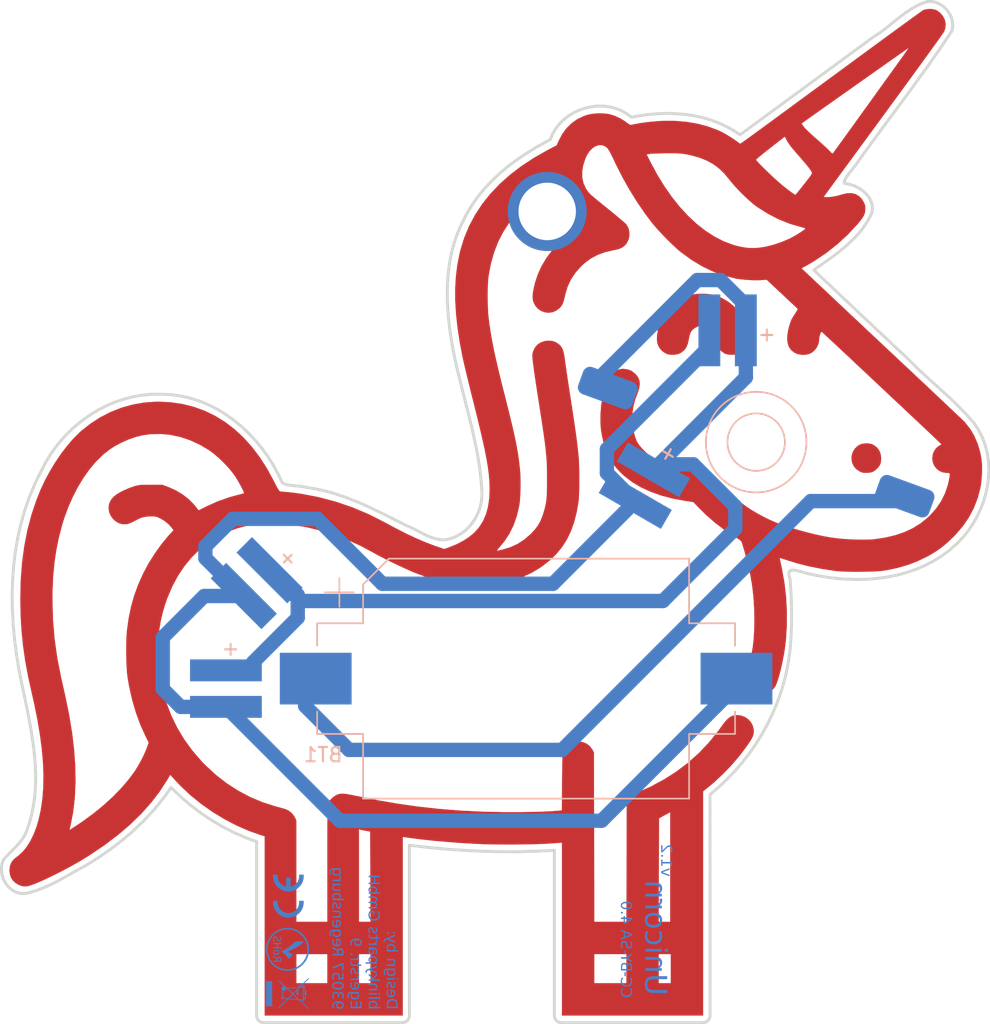
<source format=kicad_pcb>
(kicad_pcb (version 20240108) (generator "pcbnew") (generator_version "8.0")
  (layers (0 "F.Cu" signal) (31 "B.Cu" signal) (34 "B.Paste" user) (35 "F.Paste" user) (36 "B.SilkS" user "B.Silkscreen") (37 "F.SilkS" user "F.Silkscreen") (38 "B.Mask" user) (39 "F.Mask" user) (44 "Edge.Cuts" user))
  (net 0 "")
  (net 1 "+3V0")
  (net 2 "GND")
  (net 3 "VCC")
  (footprint "Binary_Kitchen:unicorn01" (layer "F.Cu") (at 193.167 81.153)
    (property "Reference" "Ref**" (hide yes))
    (property "Value" "Val**" (hide yes))
  )
  (footprint "MountingHole:MountingHole_2.2mm_M2" (layer "F.Cu") (at 196.75 60.25)
    (property "Reference" "REF**" (hide yes))
    (property "Value" "MountingHole_2.2mm_M2")
  )
  (footprint "Binary_Kitchen:5mm_SMD-Pad" (layer "B.Cu") (at 178.8795 93.726 90)
    (property "Reference" "D1" (hide yes))
    (property "Value" "LED" (hide yes))
  )
  (footprint "Binary_Kitchen:5mm_SMD-Pad" (layer "B.Cu") (at 209.042 73.025)
    (property "Reference" "D2" (hide yes))
    (property "Value" "LED" (hide yes))
  )
  (footprint "Binary_Kitchen:5mm_SMD-Pad" (layer "B.Cu") (at 207.279614 81.815679 60)
    (property "Reference" "D3" (hide yes))
    (property "Value" "LED" (hide yes))
  )
  (footprint "Binary_Kitchen:5mm_SMD-Pad" (layer "B.Cu") (at 179.512036 89.487925 45)
    (property "Reference" "D4" (hide yes))
    (property "Value" "LED" (hide yes))
  )
  (footprint "Binary_Kitchen:BatteryHolder_Keystone_1060_1x2032_HandSoldering" (layer "B.Cu") (at 195.28 92.76)
    (property "Reference" "BT1")
    (property "Value" "Battery_Cell")
  )
  (footprint "Binary_Kitchen:Push_Button" (layer "B.Cu") (at 200.025 72.1995 -20)
    (property "Reference" "SW1" (hide yes))
    (property "Value" "SW_DIP_x01")
  )
  (footprint "blinkyparts:ce-icon_Mask_Cu_3mm" (layer "B.Cu") (at 179.8 109.4 90)
    (property "Reference" "ce_icon_mask_cu_3mm" (hide yes))
    (property "Value" "G***" (hide yes))
  )
  (footprint "blinkyparts:weee-icon_Mask_Cu_3mm" (layer "B.Cu") (at 180.175001 115.728663 90)
    (property "Reference" "weee_icon_mask_cu_3mm" (hide yes))
    (property "Value" "G***" (hide yes))
  )
  (footprint "blinkyparts:rohs-icon_Mask_Cu_3mm" (layer "B.Cu") (at 180.174977 113.101258 90)
    (property "Reference" "rohs_icon_mask_cu_3mm" (hide yes))
    (property "Value" "G***" (hide yes))
  )
  (gr_arc (start 197.747782 116.703922) (mid 197.394229 116.557475) (end 197.247782 116.203922) (stroke (width 0.2)) (layer "Edge.Cuts"))
  (gr_arc (start 208.089141 116.203922) (mid 207.942694 116.557475) (end 207.589141 116.703922) (stroke (width 0.2)) (layer "Edge.Cuts"))
  (gr_line (start 159.495163 87.002047) (end 159.511646 88.008187) (stroke (width 0.2)) (layer "Edge.Cuts"))
  (gr_line (start 222.397579 85.164219) (end 223.032938 84.895922) (stroke (width 0.2)) (layer "Edge.Cuts"))
  (gr_line (start 159.786329 91.016765) (end 159.94464 92.008906) (stroke (width 0.2)) (layer "Edge.Cuts"))
  (gr_line (start 217.544063 57.927656) (end 217.676844 57.725203) (stroke (width 0.2)) (layer "Edge.Cuts"))
  (gr_line (start 181.400001 79.732) (end 180.953313 79.625906) (stroke (width 0.2)) (layer "Edge.Cuts"))
  (gr_line (start 161.7538 107.284547) (end 162.267677 107.04939) (stroke (width 0.2)) (layer "Edge.Cuts"))
  (gr_line (start 218.652579 61.521281) (end 218.865422 61.22925) (stroke (width 0.2)) (layer "Edge.Cuts"))
  (gr_line (start 190.9445 104.7115) (end 192.206688 104.772312) (stroke (width 0.2)) (layer "Edge.Cuts"))
  (gr_line (start 218.865422 61.22925) (end 219.059672 60.923875) (stroke (width 0.2)) (layer "Edge.Cuts"))
  (gr_line (start 187.15411 116.203922) (end 187.15411 104.354391) (stroke (width 0.2)) (layer "Edge.Cuts"))
  (gr_line (start 213.715172 85.228094) (end 213.794469 85.208078) (stroke (width 0.2)) (layer "Edge.Cuts"))
  (gr_line (start 172.576829 102.072828) (end 173.312813 102.571797) (stroke (width 0.2)) (layer "Edge.Cuts"))
  (gr_line (start 159.511646 88.008187) (end 159.56734 89.014219) (stroke (width 0.2)) (layer "Edge.Cuts"))
  (gr_line (start 178.015063 78.526031) (end 177.686391 77.924469) (stroke (width 0.2)) (layer "Edge.Cuts"))
  (gr_line (start 190.495626 61.800297) (end 190.335172 62.250375) (stroke (width 0.2)) (layer "Edge.Cuts"))
  (gr_line (start 224.162891 48.836756) (end 224.929062 47.688723) (stroke (width 0.2)) (layer "Edge.Cuts"))
  (gr_line (start 191.398844 59.989922) (end 191.13175 60.448422) (stroke (width 0.2)) (layer "Edge.Cuts"))
  (gr_line (start 158.809218 105.585953) (end 158.761716 105.807765) (stroke (width 0.2)) (layer "Edge.Cuts"))
  (gr_line (start 188.418266 104.502156) (end 189.681766 104.621375) (stroke (width 0.2)) (layer "Edge.Cuts"))
  (gr_line (start 223.032938 84.895922) (end 223.646532 84.579609) (stroke (width 0.2)) (layer "Edge.Cuts"))
  (gr_line (start 192.176391 80.369) (end 192.123234 80.65414) (stroke (width 0.2)) (layer "Edge.Cuts"))
  (gr_line (start 189.875251 83.055141) (end 189.584969 83.106984) (stroke (width 0.2)) (layer "Edge.Cuts"))
  (gr_line (start 170.269344 100.747531) (end 170.551313 100.336173) (stroke (width 0.2)) (layer "Edge.Cuts"))
  (gr_line (start 226.385063 82.005359) (end 226.669766 81.50825) (stroke (width 0.2)) (layer "Edge.Cuts"))
  (gr_line (start 161.124315 99.263422) (end 161.12881 99.856781) (stroke (width 0.2)) (layer "Edge.Cuts"))
  (gr_line (start 190.889922 60.925078) (end 190.680251 61.358094) (stroke (width 0.2)) (layer "Edge.Cuts"))
  (gr_line (start 214.352391 85.300719) (end 214.849391 85.436234) (stroke (width 0.2)) (layer "Edge.Cuts"))
  (gr_line (start 188.872063 82.999031) (end 188.531688 82.875984) (stroke (width 0.2)) (layer "Edge.Cuts"))
  (gr_line (start 221.701735 46.42532) (end 221.236672 46.776284) (stroke (width 0.2)) (layer "Edge.Cuts"))
  (gr_line (start 184.406829 80.849266) (end 183.565735 80.476953) (stroke (width 0.2)) (layer "Edge.Cuts"))
  (gr_line (start 223.646532 84.579609) (end 224.235078 84.213531) (stroke (width 0.2)) (layer "Edge.Cuts"))
  (gr_line (start 226.064704 82.476765) (end 226.385063 82.005359) (stroke (width 0.2)) (layer "Edge.Cuts"))
  (gr_line (start 178.693735 79.280828) (end 178.489641 79.225594) (stroke (width 0.2)) (layer "Edge.Cuts"))
  (gr_line (start 206.513594 53.519866) (end 206.021407 53.467026) (stroke (width 0.2)) (layer "Edge.Cuts"))
  (gr_line (start 160.702379 102.777312) (end 160.508369 103.346719) (stroke (width 0.2)) (layer "Edge.Cuts"))
  (gr_line (start 217.676844 57.725203) (end 217.836532 57.513344) (stroke (width 0.2)) (layer "Edge.Cuts"))
  (gr_line (start 214.106516 85.236515) (end 214.352391 85.300719) (stroke (width 0.2)) (layer "Edge.Cuts"))
  (gr_line (start 212.720625 94.544) (end 212.991547 93.803859) (stroke (width 0.2)) (layer "Edge.Cuts"))
  (gr_line (start 166.095463 73.756844) (end 165.511029 74.054234) (stroke (width 0.2)) (layer "Edge.Cuts"))
  (gr_line (start 227.406954 79.34339) (end 227.479907 78.778687) (stroke (width 0.2)) (layer "Edge.Cuts"))
  (gr_line (start 202.26536 53.432737) (end 201.890751 53.225341) (stroke (width 0.2)) (layer "Edge.Cuts"))
  (gr_line (start 193.062219 57.956422) (end 192.690891 58.329937) (stroke (width 0.2)) (layer "Edge.Cuts"))
  (gr_line (start 192.203954 80.080469) (end 192.176391 80.369) (stroke (width 0.2)) (layer "Edge.Cuts"))
  (gr_line (start 187.211969 82.219297) (end 186.878485 82.077) (stroke (width 0.2)) (layer "Edge.Cuts"))
  (gr_line (start 158.883155 106.695015) (end 158.981647 106.898781) (stroke (width 0.2)) (layer "Edge.Cuts"))
  (gr_line (start 212.991547 93.803859) (end 213.222547 93.050156) (stroke (width 0.2)) (layer "Edge.Cuts"))
  (gr_line (start 196.035032 55.756595) (end 195.134001 56.315173) (stroke (width 0.2)) (layer "Edge.Cuts"))
  (gr_line (start 213.724579 89.934828) (end 213.765485 88.948156) (stroke (width 0.2)) (layer "Edge.Cuts"))
  (gr_line (start 208.427876 53.988264) (end 207.960844 53.830436) (stroke (width 0.2)) (layer "Edge.Cuts"))
  (gr_line (start 191.327641 82.177734) (end 191.125187 82.380953) (stroke (width 0.2)) (layer "Edge.Cuts"))
  (gr_line (start 213.222547 93.050156) (end 213.412532 92.28475) (stroke (width 0.2)) (layer "Edge.Cuts"))
  (gr_line (start 199.819407 52.965892) (end 199.403235 53.058051) (stroke (width 0.2)) (layer "Edge.Cuts"))
  (gr_line (start 224.971501 47.498148) (end 224.986594 47.306501) (stroke (width 0.2)) (layer "Edge.Cuts"))
  (gr_line (start 219.059672 60.923875) (end 219.233688 60.604062) (stroke (width 0.2)) (layer "Edge.Cuts"))
  (gr_line (start 159.94464 92.008906) (end 160.132152 92.99175) (stroke (width 0.2)) (layer "Edge.Cuts"))
  (gr_line (start 161.227608 107.488422) (end 161.7538 107.284547) (stroke (width 0.2)) (layer "Edge.Cuts"))
  (gr_line (start 159.589772 84.998078) (end 159.520374 85.997875) (stroke (width 0.2)) (layer "Edge.Cuts"))
  (gr_line (start 227.067891 76.019265) (end 226.814688 75.508922) (stroke (width 0.2)) (layer "Edge.Cuts"))
  (gr_line (start 218.515094 58.662984) (end 218.165313 58.48175) (stroke (width 0.2)) (layer "Edge.Cuts"))
  (gr_line (start 161.074144 79.214437) (end 160.687132 80.1415) (stroke (width 0.2)) (layer "Edge.Cuts"))
  (gr_line (start 162.772124 106.791047) (end 163.764332 106.236953) (stroke (width 0.2)) (layer "Edge.Cuts"))
  (gr_line (start 159.409544 107.409234) (end 159.589838 107.533812) (stroke (width 0.2)) (layer "Edge.Cuts"))
  (gr_line (start 207.484954 53.700487) (end 207.001954 53.597325) (stroke (width 0.2)) (layer "Edge.Cuts"))
  (gr_line (start 163.415568 75.633062) (end 162.964363 76.113437) (stroke (width 0.2)) (layer "Edge.Cuts"))
  (gr_line (start 189.98736 63.638234) (end 189.912438 64.10975) (stroke (width 0.2)) (layer "Edge.Cuts"))
  (gr_line (start 219.233688 60.604062) (end 219.3855 60.268937) (stroke (width 0.2)) (layer "Edge.Cuts"))
  (gr_line (start 203.563969 53.534358) (end 203.084907 53.606556) (stroke (width 0.2)) (layer "Edge.Cuts"))
  (gr_line (start 226.814688 75.508922) (end 226.665063 75.262281) (stroke (width 0.2)) (layer "Edge.Cuts"))
  (gr_line (start 198.612235 53.373325) (end 198.248235 53.593169) (stroke (width 0.2)) (layer "Edge.Cuts"))
  (gr_line (start 213.584579 85.530406) (end 213.584469 85.415781) (stroke (width 0.2)) (layer "Edge.Cuts"))
  (gr_line (start 195.134001 56.315173) (end 194.695954 56.614609) (stroke (width 0.2)) (layer "Edge.Cuts"))
  (gr_line (start 158.981647 106.898781) (end 159.103513 107.088109) (stroke (width 0.2)) (layer "Edge.Cuts"))
  (gr_line (start 189.222172 83.080187) (end 188.872063 82.999031) (stroke (width 0.2)) (layer "Edge.Cuts"))
  (gr_line (start 159.705874 84.004734) (end 159.589772 84.998078) (stroke (width 0.2)) (layer "Edge.Cuts"))
  (gr_line (start 170.551313 100.336173) (end 171.194329 100.952719) (stroke (width 0.2)) (layer "Edge.Cuts"))
  (gr_line (start 197.128344 54.848969) (end 196.95936 55.248844) (stroke (width 0.2)) (layer "Edge.Cuts"))
  (gr_line (start 227.261157 76.548969) (end 227.067891 76.019265) (stroke (width 0.2)) (layer "Edge.Cuts"))
  (gr_line (start 217.793 58.354984) (end 217.413907 58.285859) (stroke (width 0.2)) (layer "Edge.Cuts"))
  (gr_arc (start 187.15411 116.203922) (mid 187.007663 116.557475) (end 186.65411 116.703922) (stroke (width 0.2)) (layer "Edge.Cuts"))
  (gr_line (start 224.162563 45.866704) (end 223.994454 45.775452) (stroke (width 0.2)) (layer "Edge.Cuts"))
  (gr_line (start 190.180297 69.787844) (end 190.324563 70.503156) (stroke (width 0.2)) (layer "Edge.Cuts"))
  (gr_line (start 177.320094 77.341281) (end 176.918032 76.779859) (stroke (width 0.2)) (layer "Edge.Cuts"))
  (gr_line (start 216.89875 85.787875) (end 217.597766 85.842015) (stroke (width 0.2)) (layer "Edge.Cuts"))
  (gr_line (start 210.326188 98.605312) (end 210.810938 97.982203) (stroke (width 0.2)) (layer "Edge.Cuts"))
  (gr_line (start 169.924266 72.969344) (end 169.259922 72.970219) (stroke (width 0.2)) (layer "Edge.Cuts"))
  (gr_line (start 201.890751 53.225341) (end 201.495797 53.071953) (stroke (width 0.2)) (layer "Edge.Cuts"))
  (gr_line (start 219.856907 47.860726) (end 219.370297 48.176022) (stroke (width 0.2)) (layer "Edge.Cuts"))
  (gr_line (start 219.699516 85.791812) (end 220.391422 85.698297) (stroke (width 0.2)) (layer "Edge.Cuts"))
  (gr_line (start 210.810938 97.982203) (end 211.262985 97.335359) (stroke (width 0.2)) (layer "Edge.Cuts"))
  (gr_line (start 189.584969 83.106984) (end 189.222172 83.080187) (stroke (width 0.2)) (layer "Edge.Cuts"))
  (gr_line (start 161.106979 100.448062) (end 161.05613 101.036609) (stroke (width 0.2)) (layer "Edge.Cuts"))
  (gr_line (start 219.001266 85.845734) (end 219.699516 85.791812) (stroke (width 0.2)) (layer "Edge.Cuts"))
  (gr_line (start 180.501485 79.537531) (end 180.043969 79.468078) (stroke (width 0.2)) (layer "Edge.Cuts"))
  (gr_line (start 179.828172 79.41525) (end 179.602313 79.381453) (stroke (width 0.2)) (layer "Edge.Cuts"))
  (gr_line (start 192.156485 79.060547) (end 192.205046 79.790625) (stroke (width 0.2)) (layer "Edge.Cuts"))
  (gr_line (start 159.995225 107.692953) (end 160.216447 107.720297) (stroke (width 0.2)) (layer "Edge.Cuts"))
  (gr_line (start 191.125187 82.380953) (end 190.905454 82.564156) (stroke (width 0.2)) (layer "Edge.Cuts"))
  (gr_line (start 224.859172 73.295828) (end 224.27336 72.75814) (stroke (width 0.2)) (layer "Edge.Cuts"))
  (gr_line (start 183.565735 80.476953) (end 182.711626 80.1415) (stroke (width 0.2)) (layer "Edge.Cuts"))
  (gr_line (start 161.823888 77.722672) (end 161.522833 78.30739) (stroke (width 0.2)) (layer "Edge.Cuts"))
  (gr_line (start 166.408407 104.585281) (end 167.196235 103.977703) (stroke (width 0.2)) (layer "Edge.Cuts"))
  (gr_line (start 171.305016 73.105953) (end 170.622297 73.006531) (stroke (width 0.2)) (layer "Edge.Cuts"))
  (gr_line (start 176.918032 76.779859) (end 176.481844 76.243703) (stroke (width 0.2)) (layer "Edge.Cuts"))
  (gr_line (start 201.495797 53.071953) (end 201.08575 52.970956) (stroke (width 0.2)) (layer "Edge.Cuts"))
  (gr_line (start 179.602313 79.381453) (end 179.139219 79.339781) (stroke (width 0.2)) (layer "Edge.Cuts"))
  (gr_line (start 218.827141 58.895187) (end 218.67686 58.772906) (stroke (width 0.2)) (layer "Edge.Cuts"))
  (gr_line (start 215.311719 64.329922) (end 216.500297 63.490359) (stroke (width 0.2)) (layer "Edge.Cuts"))
  (gr_line (start 218.67686 58.772906) (end 218.515094 58.662984) (stroke (width 0.2)) (layer "Edge.Cuts"))
  (gr_line (start 224.884219 46.745309) (end 224.806235 46.569566) (stroke (width 0.2)) (layer "Edge.Cuts"))
  (gr_line (start 191.13175 60.448422) (end 190.889922 60.925078) (stroke (width 0.2)) (layer "Edge.Cuts"))
  (gr_line (start 208.688188 100.314625) (end 209.263719 99.773219) (stroke (width 0.2)) (layer "Edge.Cuts"))
  (gr_arc (start 177.015641 116.703922) (mid 176.662088 116.557475) (end 176.515641 116.203922) (stroke (width 0.2)) (layer "Edge.Cuts"))
  (gr_line (start 162.267677 107.04939) (end 162.772124 106.791047) (stroke (width 0.2)) (layer "Edge.Cuts"))
  (gr_line (start 208.884407 54.175033) (end 208.427876 53.988264) (stroke (width 0.2)) (layer "Edge.Cuts"))
  (gr_line (start 164.948415 74.392859) (end 164.410005 74.770531) (stroke (width 0.2)) (layer "Edge.Cuts"))
  (gr_line (start 160.583455 95.120078) (end 160.801888 96.294109) (stroke (width 0.2)) (layer "Edge.Cuts"))
  (gr_line (start 190.335172 62.250375) (end 190.197688 62.707453) (stroke (width 0.2)) (layer "Edge.Cuts"))
  (gr_line (start 210.174157 54.919866) (end 209.759188 54.639756) (stroke (width 0.2)) (layer "Edge.Cuts"))
  (gr_line (start 192.690891 58.329937) (end 192.337282 58.71975) (stroke (width 0.2)) (layer "Edge.Cuts"))
  (gr_line (start 224.594704 46.247184) (end 224.464329 46.10459) (stroke (width 0.2)) (layer "Edge.Cuts"))
  (gr_line (start 177.686391 77.924469) (end 177.320094 77.341281) (stroke (width 0.2)) (layer "Edge.Cuts"))
  (gr_line (start 206.021407 53.467026) (end 205.52725 53.437736) (stroke (width 0.2)) (layer "Edge.Cuts"))
  (gr_line (start 223.994454 45.775452) (end 223.817047 45.705355) (stroke (width 0.2)) (layer "Edge.Cuts"))
  (gr_line (start 186.878485 82.077) (end 185.237641 81.2475) (stroke (width 0.2)) (layer "Edge.Cuts"))
  (gr_line (start 177.015641 116.703922) (end 186.65411 116.703922) (stroke (width 0.2)) (layer "Edge.Cuts"))
  (gr_line (start 213.66475 85.854594) (end 213.61061 85.675765) (stroke (width 0.2)) (layer "Edge.Cuts"))
  (gr_line (start 226.499579 75.022094) (end 225.980266 74.419984) (stroke (width 0.2)) (layer "Edge.Cuts"))
  (gr_line (start 176.515641 104.106547) (end 176.515641 116.203922) (stroke (width 0.2)) (layer "Edge.Cuts"))
  (gr_line (start 173.312813 102.571797) (end 174.076469 103.027015) (stroke (width 0.2)) (layer "Edge.Cuts"))
  (gr_line (start 196.95936 55.248844) (end 196.035032 55.756595) (stroke (width 0.2)) (layer "Edge.Cuts"))
  (gr_line (start 172.618063 73.477828) (end 171.970891 73.264109) (stroke (width 0.2)) (layer "Edge.Cuts"))
  (gr_line (start 223.091234 71.692172) (end 222.51111 71.14814) (stroke (width 0.2)) (layer "Edge.Cuts"))
  (gr_line (start 191.676876 81.719453) (end 191.511937 81.956469) (stroke (width 0.2)) (layer "Edge.Cuts"))
  (gr_line (start 171.970891 73.264109) (end 171.305016 73.105953) (stroke (width 0.2)) (layer "Edge.Cuts"))
  (gr_line (start 213.765485 88.948156) (end 213.765704 87.915219) (stroke (width 0.2)) (layer "Edge.Cuts"))
  (gr_line (start 200.242141 52.919561) (end 199.819407 52.965892) (stroke (width 0.2)) (layer "Edge.Cuts"))
  (gr_line (start 191.974266 77.614609) (end 192.078391 78.33539) (stroke (width 0.2)) (layer "Edge.Cuts"))
  (gr_line (start 221.236672 46.776284) (end 220.323829 47.511) (stroke (width 0.2)) (layer "Edge.Cuts"))
  (gr_line (start 164.753574 105.687344) (end 165.5926 105.154906) (stroke (width 0.2)) (layer "Edge.Cuts"))
  (gr_line (start 203.084907 53.606556) (end 202.613938 53.695806) (stroke (width 0.2)) (layer "Edge.Cuts"))
  (gr_line (start 212.064266 95.977031) (end 212.411204 95.268937) (stroke (width 0.2)) (layer "Edge.Cuts"))
  (gr_line (start 197.747782 116.703922) (end 207.589141 116.703922) (stroke (width 0.2)) (layer "Edge.Cuts"))
  (gr_line (start 217.45186 58.116109) (end 217.544063 57.927656) (stroke (width 0.2)) (layer "Edge.Cuts"))
  (gr_line (start 159.783443 104.428) (end 159.322383 104.892187) (stroke (width 0.2)) (layer "Edge.Cuts"))
  (gr_line (start 224.975985 47.115795) (end 224.941313 46.928064) (stroke (width 0.2)) (layer "Edge.Cuts"))
  (gr_line (start 169.973922 101.148062) (end 170.269344 100.747531) (stroke (width 0.2)) (layer "Edge.Cuts"))
  (gr_line (start 214.849391 85.436234) (end 215.5215 85.583234) (stroke (width 0.2)) (layer "Edge.Cuts"))
  (gr_line (start 219.396438 60.062656) (end 219.38036 59.865344) (stroke (width 0.2)) (layer "Edge.Cuts"))
  (gr_line (start 190.483594 71.215844) (end 190.831734 72.63575) (stroke (width 0.2)) (layer "Edge.Cuts"))
  (gr_line (start 161.29063 78.758234) (end 161.074144 79.214437) (stroke (width 0.2)) (layer "Edge.Cuts"))
  (gr_line (start 222.185172 46.107978) (end 221.701735 46.42532) (stroke (width 0.2)) (layer "Edge.Cuts"))
  (gr_line (start 213.560297 91.509172) (end 213.66475 90.725281) (stroke (width 0.2)) (layer "Edge.Cuts"))
  (gr_line (start 217.652454 62.574562) (end 218.178766 62.068922) (stroke (width 0.2)) (layer "Edge.Cuts"))
  (gr_line (start 226.665063 75.262281) (end 226.499579 75.022094) (stroke (width 0.2)) (layer "Edge.Cuts"))
  (gr_line (start 219.3855 60.268937) (end 219.396438 60.062656) (stroke (width 0.2)) (layer "Edge.Cuts"))
  (gr_line (start 189.951704 68.3465) (end 190.054844 69.06914) (stroke (width 0.2)) (layer "Edge.Cuts"))
  (gr_line (start 217.088079 63.045859) (end 217.652454 62.574562) (stroke (width 0.2)) (layer "Edge.Cuts"))
  (gr_line (start 218.18161 57.080875) (end 218.339766 56.869672) (stroke (width 0.2)) (layer "Edge.Cuts"))
  (gr_line (start 190.831734 72.63575) (end 191.194968 74.052594) (stroke (width 0.2)) (layer "Edge.Cuts"))
  (gr_line (start 219.275251 59.499703) (end 219.190047 59.332031) (stroke (width 0.2)) (layer "Edge.Cuts"))
  (gr_line (start 212.411204 95.268937) (end 212.720625 94.544) (stroke (width 0.2)) (layer "Edge.Cuts"))
  (gr_line (start 185.237641 81.2475) (end 184.406829 80.849266) (stroke (width 0.2)) (layer "Edge.Cuts"))
  (gr_line (start 218.42311 61.800844) (end 218.652579 61.521281) (stroke (width 0.2)) (layer "Edge.Cuts"))
  (gr_line (start 220.391422 85.698297) (end 221.073704 85.563765) (stroke (width 0.2)) (layer "Edge.Cuts"))
  (gr_line (start 168.669297 102.64464) (end 169.345016 101.917187) (stroke (width 0.2)) (layer "Edge.Cuts"))
  (gr_line (start 189.912438 64.10975) (end 189.856329 64.584) (stroke (width 0.2)) (layer "Edge.Cuts"))
  (gr_line (start 211.262985 97.335359) (end 211.681125 96.666312) (stroke (width 0.2)) (layer "Edge.Cuts"))
  (gr_line (start 219.085594 59.175187) (end 218.963969 59.02939) (stroke (width 0.2)) (layer "Edge.Cuts"))
  (gr_line (start 213.61061 85.675765) (end 213.584579 85.530406) (stroke (width 0.2)) (layer "Edge.Cuts"))
  (gr_line (start 215.5215 85.583234) (end 216.205641 85.701031) (stroke (width 0.2)) (layer "Edge.Cuts"))
  (gr_line (start 173.244782 73.7435) (end 172.618063 73.477828) (stroke (width 0.2)) (layer "Edge.Cuts"))
  (gr_line (start 222.51111 71.14814) (end 221.948813 70.58639) (stroke (width 0.2)) (layer "Edge.Cuts"))
  (gr_line (start 159.785718 107.629515) (end 159.995225 107.692953) (stroke (width 0.2)) (layer "Edge.Cuts"))
  (gr_line (start 218.470032 56.668094) (end 220.102125 54.435487) (stroke (width 0.2)) (layer "Edge.Cuts"))
  (gr_line (start 221.743516 85.38625) (end 222.397579 85.164219) (stroke (width 0.2)) (layer "Edge.Cuts"))
  (gr_line (start 193.449844 57.598437) (end 193.062219 57.956422) (stroke (width 0.2)) (layer "Edge.Cuts"))
  (gr_line (start 159.520374 85.997875) (end 159.495163 87.002047) (stroke (width 0.2)) (layer "Edge.Cuts"))
  (gr_line (start 220.323829 47.511) (end 219.856907 47.860726) (stroke (width 0.2)) (layer "Edge.Cuts"))
  (gr_line (start 160.687132 80.1415) (end 160.359291 81.086391) (stroke (width 0.2)) (layer "Edge.Cuts"))
  (gr_line (start 223.817047 45.705355) (end 223.632094 45.658437) (stroke (width 0.2)) (layer "Edge.Cuts"))
  (gr_line (start 160.216447 107.720297) (end 160.447415 107.708047) (stroke (width 0.2)) (layer "Edge.Cuts"))
  (gr_line (start 189.817719 65.059781) (end 189.795735 65.536219) (stroke (width 0.2)) (layer "Edge.Cuts"))
  (gr_line (start 217.413907 58.285859) (end 217.45186 58.116109) (stroke (width 0.2)) (layer "Edge.Cuts"))
  (gr_line (start 174.985921 74.81975) (end 174.430516 74.417906) (stroke (width 0.2)) (layer "Edge.Cuts"))
  (gr_line (start 209.759188 54.639756) (end 209.328797 54.391836) (stroke (width 0.2)) (layer "Edge.Cuts"))
  (gr_line (start 160.686191 107.652703) (end 161.227608 107.488422) (stroke (width 0.2)) (layer "Edge.Cuts"))
  (gr_line (start 187.15411 104.354391) (end 188.418266 104.502156) (stroke (width 0.2)) (layer "Edge.Cuts"))
  (gr_line (start 180.043969 79.468078) (end 179.828172 79.41525) (stroke (width 0.2)) (layer "Edge.Cuts"))
  (gr_line (start 218.178766 62.068922) (end 218.42311 61.800844) (stroke (width 0.2)) (layer "Edge.Cuts"))
  (gr_line (start 160.202819 103.929359) (end 160.002849 104.186062) (stroke (width 0.2)) (layer "Edge.Cuts"))
  (gr_line (start 169.345016 101.917187) (end 169.973922 101.148062) (stroke (width 0.2)) (layer "Edge.Cuts"))
  (gr_line (start 227.396891 77.093875) (end 227.261157 76.548969) (stroke (width 0.2)) (layer "Edge.Cuts"))
  (gr_line (start 213.66475 90.725281) (end 213.724579 89.934828) (stroke (width 0.2)) (layer "Edge.Cuts"))
  (gr_line (start 227.287188 79.902844) (end 227.406954 79.34339) (stroke (width 0.2)) (layer "Edge.Cuts"))
  (gr_line (start 192.045796 80.933812) (end 191.944844 81.206047) (stroke (width 0.2)) (layer "Edge.Cuts"))
  (gr_line (start 218.165313 58.48175) (end 217.793 58.354984) (stroke (width 0.2)) (layer "Edge.Cuts"))
  (gr_line (start 217.836532 57.513344) (end 218.18161 57.080875) (stroke (width 0.2)) (layer "Edge.Cuts"))
  (gr_line (start 161.12881 99.856781) (end 161.106979 100.448062) (stroke (width 0.2)) (layer "Edge.Cuts"))
  (gr_line (start 161.05613 101.036609) (end 160.973552 101.621547) (stroke (width 0.2)) (layer "Edge.Cuts"))
  (gr_line (start 226.669766 81.50825) (end 226.916407 80.989375) (stroke (width 0.2)) (layer "Edge.Cuts"))
  (gr_line (start 204.539485 53.445447) (end 204.049375 53.480294) (stroke (width 0.2)) (layer "Edge.Cuts"))
  (gr_line (start 167.951469 103.331078) (end 168.669297 102.64464) (stroke (width 0.2)) (layer "Edge.Cuts"))
  (gr_line (start 188.531688 82.875984) (end 188.198204 82.723953) (stroke (width 0.2)) (layer "Edge.Cuts"))
  (gr_line (start 162.547065 76.623344) (end 162.1661 77.160594) (stroke (width 0.2)) (layer "Edge.Cuts"))
  (gr_line (start 192.206688 104.772312) (end 193.46811 104.803266) (stroke (width 0.2)) (layer "Edge.Cuts"))
  (gr_line (start 176.481844 76.243703) (end 176.013282 75.735984) (stroke (width 0.2)) (layer "Edge.Cuts"))
  (gr_line (start 189.856329 64.584) (end 189.817719 65.059781) (stroke (width 0.2)) (layer "Edge.Cuts"))
  (gr_line (start 192.123234 80.65414) (end 192.045796 80.933812) (stroke (width 0.2)) (layer "Edge.Cuts"))
  (gr_line (start 194.268297 56.927969) (end 193.852454 57.255766) (stroke (width 0.2)) (layer "Edge.Cuts"))
  (gr_line (start 179.139219 79.339781) (end 178.693735 79.280828) (stroke (width 0.2)) (layer "Edge.Cuts"))
  (gr_line (start 209.263719 99.773219) (end 209.810047 99.202937) (stroke (width 0.2)) (layer "Edge.Cuts"))
  (gr_line (start 190.153501 82.97289) (end 189.875251 83.055141) (stroke (width 0.2)) (layer "Edge.Cuts"))
  (gr_line (start 191.821468 81.468547) (end 191.676876 81.719453) (stroke (width 0.2)) (layer "Edge.Cuts"))
  (gr_line (start 174.430516 74.417906) (end 173.849516 74.058062) (stroke (width 0.2)) (layer "Edge.Cuts"))
  (gr_line (start 160.447415 107.708047) (end 160.686191 107.652703) (stroke (width 0.2)) (layer "Edge.Cuts"))
  (gr_line (start 213.794469 85.208078) (end 213.887766 85.204687) (stroke (width 0.2)) (layer "Edge.Cuts"))
  (gr_line (start 165.5926 105.154906) (end 166.408407 104.585281) (stroke (width 0.2)) (layer "Edge.Cuts"))
  (gr_line (start 218.625454 67.463406) (end 215.311719 64.329922) (stroke (width 0.2)) (layer "Edge.Cuts"))
  (gr_line (start 216.500297 63.490359) (end 217.088079 63.045859) (stroke (width 0.2)) (layer "Edge.Cuts"))
  (gr_line (start 180.953313 79.625906) (end 180.501485 79.537531) (stroke (width 0.2)) (layer "Edge.Cuts"))
  (gr_line (start 160.359291 81.086391) (end 160.088129 82.046594) (stroke (width 0.2)) (layer "Edge.Cuts"))
  (gr_line (start 159.322383 104.892187) (end 159.098755 105.126797) (stroke (width 0.2)) (layer "Edge.Cuts"))
  (gr_line (start 159.56734 89.014219) (end 159.659729 90.017844) (stroke (width 0.2)) (layer "Edge.Cuts"))
  (gr_line (start 200.666079 52.920698) (end 200.242141 52.919561) (stroke (width 0.2)) (layer "Edge.Cuts"))
  (gr_line (start 190.680251 61.358094) (end 190.495626 61.800297) (stroke (width 0.2)) (layer "Edge.Cuts"))
  (gr_line (start 160.980027 97.479187) (end 161.047216 98.073859) (stroke (width 0.2)) (layer "Edge.Cuts"))
  (gr_line (start 189.681766 104.621375) (end 190.9445 104.7115) (stroke (width 0.2)) (layer "Edge.Cuts"))
  (gr_line (start 192.337282 58.71975) (end 192.003141 59.125969) (stroke (width 0.2)) (layer "Edge.Cuts"))
  (gr_line (start 208.089141 116.203922) (end 208.084875 100.825297) (stroke (width 0.2)) (layer "Edge.Cuts"))
  (gr_line (start 158.747311 106.033187) (end 158.764035 106.258609) (stroke (width 0.2)) (layer "Edge.Cuts"))
  (gr_line (start 160.973552 101.621547) (end 160.856543 102.202) (stroke (width 0.2)) (layer "Edge.Cuts"))
  (gr_line (start 224.319735 45.977091) (end 224.162563 45.866704) (stroke (width 0.2)) (layer "Edge.Cuts"))
  (gr_line (start 175.679579 103.796687) (end 176.515641 104.106547) (stroke (width 0.2)) (layer "Edge.Cuts"))
  (gr_line (start 171.194329 100.952719) (end 171.870047 101.532406) (stroke (width 0.2)) (layer "Edge.Cuts"))
  (gr_line (start 213.730266 86.872) (end 213.66475 85.854594) (stroke (width 0.2)) (layer "Edge.Cuts"))
  (gr_line (start 191.511937 81.956469) (end 191.327641 82.177734) (stroke (width 0.2)) (layer "Edge.Cuts"))
  (gr_line (start 220.102125 54.435487) (end 221.751063 52.211609) (stroke (width 0.2)) (layer "Edge.Cuts"))
  (gr_line (start 166.699235 73.502984) (end 166.095463 73.756844) (stroke (width 0.2)) (layer "Edge.Cuts"))
  (gr_line (start 197.247782 104.71325) (end 197.247782 116.203922) (stroke (width 0.2)) (layer "Edge.Cuts"))
  (gr_line (start 162.1661 77.160594) (end 161.823888 77.722672) (stroke (width 0.2)) (layer "Edge.Cuts"))
  (gr_line (start 226.916407 80.989375) (end 227.123016 80.45289) (stroke (width 0.2)) (layer "Edge.Cuts"))
  (gr_line (start 209.810047 99.202937) (end 210.326188 98.605312) (stroke (width 0.2)) (layer "Edge.Cuts"))
  (gr_line (start 176.013282 75.735984) (end 175.514094 75.260312) (stroke (width 0.2)) (layer "Edge.Cuts"))
  (gr_line (start 223.245671 45.642215) (end 223.245671 45.642215) (stroke (width 0.2)) (layer "Edge.Cuts"))
  (gr_line (start 227.479907 78.778687) (end 227.504079 78.212781) (stroke (width 0.2)) (layer "Edge.Cuts"))
  (gr_line (start 209.328797 54.391836) (end 208.884407 54.175033) (stroke (width 0.2)) (layer "Edge.Cuts"))
  (gr_line (start 158.761716 105.807765) (end 158.747311 106.033187) (stroke (width 0.2)) (layer "Edge.Cuts"))
  (gr_line (start 187.541188 82.382922) (end 187.211969 82.219297) (stroke (width 0.2)) (layer "Edge.Cuts"))
  (gr_line (start 163.89825 75.184625) (end 163.415568 75.633062) (stroke (width 0.2)) (layer "Edge.Cuts"))
  (gr_line (start 193.852454 57.255766) (end 193.449844 57.598437) (stroke (width 0.2)) (layer "Edge.Cuts"))
  (gr_line (start 191.543657 75.471516) (end 191.848046 76.897437) (stroke (width 0.2)) (layer "Edge.Cuts"))
  (gr_line (start 160.002849 104.186062) (end 159.783443 104.428) (stroke (width 0.2)) (layer "Edge.Cuts"))
  (gr_line (start 217.597766 85.842015) (end 218.299625 85.861922) (stroke (width 0.2)) (layer "Edge.Cuts"))
  (gr_line (start 159.246794 107.2595) (end 159.409544 107.409234) (stroke (width 0.2)) (layer "Edge.Cuts"))
  (gr_line (start 224.941313 46.928064) (end 224.884219 46.745309) (stroke (width 0.2)) (layer "Edge.Cuts"))
  (gr_line (start 219.38036 59.865344) (end 219.339344 59.677547) (stroke (width 0.2)) (layer "Edge.Cuts"))
  (gr_line (start 168.602797 73.026437) (end 167.955297 73.135484) (stroke (width 0.2)) (layer "Edge.Cuts"))
  (gr_line (start 175.514094 75.260312) (end 174.985921 74.81975) (stroke (width 0.2)) (layer "Edge.Cuts"))
  (gr_line (start 160.856543 102.202) (end 160.702379 102.777312) (stroke (width 0.2)) (layer "Edge.Cuts"))
  (gr_line (start 189.795735 65.536219) (end 189.797157 66.486359) (stroke (width 0.2)) (layer "Edge.Cuts"))
  (gr_line (start 197.347094 54.48183) (end 197.128344 54.848969) (stroke (width 0.2)) (layer "Edge.Cuts"))
  (gr_line (start 191.944844 81.206047) (end 191.821468 81.468547) (stroke (width 0.2)) (layer "Edge.Cuts"))
  (gr_line (start 221.948813 70.58639) (end 218.625454 67.463406) (stroke (width 0.2)) (layer "Edge.Cuts"))
  (gr_line (start 159.103513 107.088109) (end 159.246794 107.2595) (stroke (width 0.2)) (layer "Edge.Cuts"))
  (gr_line (start 190.669641 82.725265) (end 190.418626 82.862203) (stroke (width 0.2)) (layer "Edge.Cuts"))
  (gr_line (start 190.082079 63.170437) (end 189.98736 63.638234) (stroke (width 0.2)) (layer "Edge.Cuts"))
  (gr_line (start 189.797157 66.486359) (end 189.852063 67.426) (stroke (width 0.2)) (layer "Edge.Cuts"))
  (gr_line (start 223.245671 45.642215) (end 222.96589 45.732224) (stroke (width 0.2)) (layer "Edge.Cuts"))
  (gr_line (start 227.123016 80.45289) (end 227.287188 79.902844) (stroke (width 0.2)) (layer "Edge.Cuts"))
  (gr_line (start 191.194968 74.052594) (end 191.543657 75.471516) (stroke (width 0.2)) (layer "Edge.Cuts"))
  (gr_line (start 219.190047 59.332031) (end 219.085594 59.175187) (stroke (width 0.2)) (layer "Edge.Cuts"))
  (gr_line (start 158.809972 106.480422) (end 158.883155 106.695015) (stroke (width 0.2)) (layer "Edge.Cuts"))
  (gr_line (start 197.610251 54.149045) (end 197.347094 54.48183) (stroke (width 0.2)) (layer "Edge.Cuts"))
  (gr_line (start 225.710656 82.918094) (end 226.064704 82.476765) (stroke (width 0.2)) (layer "Edge.Cuts"))
  (gr_line (start 222.96589 45.732224) (end 222.696719 45.841272) (stroke (width 0.2)) (layer "Edge.Cuts"))
  (gr_line (start 192.078391 78.33539) (end 192.156485 79.060547) (stroke (width 0.2)) (layer "Edge.Cuts"))
  (gr_line (start 182.711626 80.1415) (end 181.841657 79.854172) (stroke (width 0.2)) (layer "Edge.Cuts"))
  (gr_line (start 221.073704 85.563765) (end 221.743516 85.38625) (stroke (width 0.2)) (layer "Edge.Cuts"))
  (gr_line (start 213.412532 92.28475) (end 213.560297 91.509172) (stroke (width 0.2)) (layer "Edge.Cuts"))
  (gr_line (start 224.986594 47.306501) (end 224.975985 47.115795) (stroke (width 0.2)) (layer "Edge.Cuts"))
  (gr_line (start 162.964363 76.113437) (end 162.547065 76.623344) (stroke (width 0.2)) (layer "Edge.Cuts"))
  (gr_line (start 218.339766 56.869672) (end 218.470032 56.668094) (stroke (width 0.2)) (layer "Edge.Cuts"))
  (gr_line (start 190.197688 62.707453) (end 190.082079 63.170437) (stroke (width 0.2)) (layer "Edge.Cuts"))
  (gr_line (start 225.430766 73.847187) (end 224.859172 73.295828) (stroke (width 0.2)) (layer "Edge.Cuts"))
  (gr_line (start 174.076469 103.027015) (end 174.865938 103.436078) (stroke (width 0.2)) (layer "Edge.Cuts"))
  (gr_line (start 195.988657 104.774172) (end 197.247782 104.71325) (stroke (width 0.2)) (layer "Edge.Cuts"))
  (gr_line (start 171.870047 101.532406) (end 172.576829 102.072828) (stroke (width 0.2)) (layer "Edge.Cuts"))
  (gr_line (start 194.695954 56.614609) (end 194.268297 56.927969) (stroke (width 0.2)) (layer "Edge.Cuts"))
  (gr_line (start 207.001954 53.597325) (end 206.513594 53.519866) (stroke (width 0.2)) (layer "Edge.Cuts"))
  (gr_line (start 213.607766 85.329047) (end 213.652063 85.267469) (stroke (width 0.2)) (layer "Edge.Cuts"))
  (gr_line (start 224.806235 46.569566) (end 224.709219 46.402848) (stroke (width 0.2)) (layer "Edge.Cuts"))
  (gr_line (start 163.764332 106.236953) (end 164.753574 105.687344) (stroke (width 0.2)) (layer "Edge.Cuts"))
  (gr_line (start 225.980266 74.419984) (end 225.430766 73.847187) (stroke (width 0.2)) (layer "Edge.Cuts"))
  (gr_line (start 161.522833 78.30739) (end 161.29063 78.758234) (stroke (width 0.2)) (layer "Edge.Cuts"))
  (gr_line (start 224.464329 46.10459) (end 224.319735 45.977091) (stroke (width 0.2)) (layer "Edge.Cuts"))
  (gr_line (start 223.632094 45.658437) (end 223.441016 45.636716) (stroke (width 0.2)) (layer "Edge.Cuts"))
  (gr_line (start 190.324563 70.503156) (end 190.483594 71.215844) (stroke (width 0.2)) (layer "Edge.Cuts"))
  (gr_line (start 189.852063 67.426) (end 189.951704 68.3465) (stroke (width 0.2)) (layer "Edge.Cuts"))
  (gr_line (start 160.801888 96.294109) (end 160.980027 97.479187) (stroke (width 0.2)) (layer "Edge.Cuts"))
  (gr_line (start 222.696719 45.841272) (end 222.436844 45.967232) (stroke (width 0.2)) (layer "Edge.Cuts"))
  (gr_line (start 167.320047 73.295062) (end 166.699235 73.502984) (stroke (width 0.2)) (layer "Edge.Cuts"))
  (gr_line (start 199.403235 53.058051) (end 198.998985 53.194409) (stroke (width 0.2)) (layer "Edge.Cuts"))
  (gr_line (start 216.205641 85.701031) (end 216.89875 85.787875) (stroke (width 0.2)) (layer "Edge.Cuts"))
  (gr_line (start 205.032766 53.4309) (end 204.539485 53.445447) (stroke (width 0.2)) (layer "Edge.Cuts"))
  (gr_line (start 204.049375 53.480294) (end 203.563969 53.534358) (stroke (width 0.2)) (layer "Edge.Cuts"))
  (gr_line (start 190.054844 69.06914) (end 190.180297 69.787844) (stroke (width 0.2)) (layer "Edge.Cuts"))
  (gr_line (start 192.003141 59.125969) (end 191.689781 59.54925) (stroke (width 0.2)) (layer "Edge.Cuts"))
  (gr_line (start 158.891752 105.37125) (end 158.809218 105.585953) (stroke (width 0.2)) (layer "Edge.Cuts"))
  (gr_line (start 159.098755 105.126797) (end 158.891752 105.37125) (stroke (width 0.2)) (layer "Edge.Cuts"))
  (gr_line (start 224.795735 83.796048) (end 225.325329 83.325516) (stroke (width 0.2)) (layer "Edge.Cuts"))
  (gr_line (start 160.132152 92.99175) (end 160.346385 93.963328) (stroke (width 0.2)) (layer "Edge.Cuts"))
  (gr_line (start 159.589838 107.533812) (end 159.785718 107.629515) (stroke (width 0.2)) (layer "Edge.Cuts"))
  (gr_line (start 159.871161 83.02014) (end 159.705874 84.004734) (stroke (width 0.2)) (layer "Edge.Cuts"))
  (gr_line (start 221.751063 52.211609) (end 223.374188 49.971128) (stroke (width 0.2)) (layer "Edge.Cuts"))
  (gr_line (start 207.960844 53.830436) (end 207.484954 53.700487) (stroke (width 0.2)) (layer "Edge.Cuts"))
  (gr_line (start 224.709219 46.402848) (end 224.594704 46.247184) (stroke (width 0.2)) (layer "Edge.Cuts"))
  (gr_line (start 224.929062 47.688723) (end 224.971501 47.498148) (stroke (width 0.2)) (layer "Edge.Cuts"))
  (gr_line (start 213.584469 85.415781) (end 213.607766 85.329047) (stroke (width 0.2)) (layer "Edge.Cuts"))
  (gr_line (start 178.304579 79.142687) (end 178.015063 78.526031) (stroke (width 0.2)) (layer "Edge.Cuts"))
  (gr_line (start 191.848046 76.897437) (end 191.974266 77.614609) (stroke (width 0.2)) (layer "Edge.Cuts"))
  (gr_line (start 224.235078 84.213531) (end 224.795735 83.796048) (stroke (width 0.2)) (layer "Edge.Cuts"))
  (gr_line (start 161.047216 98.073859) (end 161.096216 98.668859) (stroke (width 0.2)) (layer "Edge.Cuts"))
  (gr_line (start 227.504079 78.212781) (end 227.477063 77.649828) (stroke (width 0.2)) (layer "Edge.Cuts"))
  (gr_line (start 181.841657 79.854172) (end 181.400001 79.732) (stroke (width 0.2)) (layer "Edge.Cuts"))
  (gr_line (start 213.765704 87.915219) (end 213.730266 86.872) (stroke (width 0.2)) (layer "Edge.Cuts"))
  (gr_line (start 160.088129 82.046594) (end 159.871161 83.02014) (stroke (width 0.2)) (layer "Edge.Cuts"))
  (gr_line (start 201.08575 52.970956) (end 200.666079 52.920698) (stroke (width 0.2)) (layer "Edge.Cuts"))
  (gr_line (start 159.659729 90.017844) (end 159.786329 91.016765) (stroke (width 0.2)) (layer "Edge.Cuts"))
  (gr_line (start 178.489641 79.225594) (end 178.304579 79.142687) (stroke (width 0.2)) (layer "Edge.Cuts"))
  (gr_line (start 169.259922 72.970219) (end 168.602797 73.026437) (stroke (width 0.2)) (layer "Edge.Cuts"))
  (gr_line (start 227.477063 77.649828) (end 227.396891 77.093875) (stroke (width 0.2)) (layer "Edge.Cuts"))
  (gr_line (start 190.905454 82.564156) (end 190.669641 82.725265) (stroke (width 0.2)) (layer "Edge.Cuts"))
  (gr_line (start 222.436844 45.967232) (end 222.185172 46.107978) (stroke (width 0.2)) (layer "Edge.Cuts"))
  (gr_line (start 213.887766 85.204687) (end 214.106516 85.236515) (stroke (width 0.2)) (layer "Edge.Cuts"))
  (gr_line (start 161.096216 98.668859) (end 161.124315 99.263422) (stroke (width 0.2)) (layer "Edge.Cuts"))
  (gr_line (start 160.346385 93.963328) (end 160.583455 95.120078) (stroke (width 0.2)) (layer "Edge.Cuts"))
  (gr_line (start 193.46811 104.803266) (end 194.728766 104.804031) (stroke (width 0.2)) (layer "Edge.Cuts"))
  (gr_line (start 223.374188 49.971128) (end 224.162891 48.836756) (stroke (width 0.2)) (layer "Edge.Cuts"))
  (gr_line (start 158.764035 106.258609) (end 158.809972 106.480422) (stroke (width 0.2)) (layer "Edge.Cuts"))
  (gr_line (start 197.912454 53.852289) (end 197.610251 54.149045) (stroke (width 0.2)) (layer "Edge.Cuts"))
  (gr_line (start 167.955297 73.135484) (end 167.320047 73.295062) (stroke (width 0.2)) (layer "Edge.Cuts"))
  (gr_line (start 164.410005 74.770531) (end 163.89825 75.184625) (stroke (width 0.2)) (layer "Edge.Cuts"))
  (gr_line (start 198.248235 53.593169) (end 197.912454 53.852289) (stroke (width 0.2)) (layer "Edge.Cuts"))
  (gr_line (start 194.728766 104.804031) (end 195.988657 104.774172) (stroke (width 0.2)) (layer "Edge.Cuts"))
  (gr_line (start 208.084875 100.825297) (end 208.688188 100.314625) (stroke (width 0.2)) (layer "Edge.Cuts"))
  (gr_line (start 188.198204 82.723953) (end 187.541188 82.382922) (stroke (width 0.2)) (layer "Edge.Cuts"))
  (gr_line (start 225.325329 83.325516) (end 225.710656 82.918094) (stroke (width 0.2)) (layer "Edge.Cuts"))
  (gr_line (start 174.865938 103.436078) (end 175.679579 103.796687) (stroke (width 0.2)) (layer "Edge.Cuts"))
  (gr_line (start 218.299625 85.861922) (end 219.001266 85.845734) (stroke (width 0.2)) (layer "Edge.Cuts"))
  (gr_line (start 223.441016 45.636716) (end 223.245671 45.642215) (stroke (width 0.2)) (layer "Edge.Cuts"))
  (gr_line (start 198.998985 53.194409) (end 198.612235 53.373325) (stroke (width 0.2)) (layer "Edge.Cuts"))
  (gr_line (start 191.689781 59.54925) (end 191.398844 59.989922) (stroke (width 0.2)) (layer "Edge.Cuts"))
  (gr_line (start 165.511029 74.054234) (end 164.948415 74.392859) (stroke (width 0.2)) (layer "Edge.Cuts"))
  (gr_line (start 192.205046 79.790625) (end 192.203954 80.080469) (stroke (width 0.2)) (layer "Edge.Cuts"))
  (gr_line (start 224.27336 72.75814) (end 223.091234 71.692172) (stroke (width 0.2)) (layer "Edge.Cuts"))
  (gr_line (start 202.613938 53.695806) (end 202.26536 53.432737) (stroke (width 0.2)) (layer "Edge.Cuts"))
  (gr_line (start 205.52725 53.437736) (end 205.032766 53.4309) (stroke (width 0.2)) (layer "Edge.Cuts"))
  (gr_line (start 170.622297 73.006531) (end 169.924266 72.969344) (stroke (width 0.2)) (layer "Edge.Cuts"))
  (gr_line (start 219.370297 48.176022) (end 210.174157 54.919866) (stroke (width 0.2)) (layer "Edge.Cuts"))
  (gr_line (start 211.681125 96.666312) (end 212.064266 95.977031) (stroke (width 0.2)) (layer "Edge.Cuts"))
  (gr_line (start 213.652063 85.267469) (end 213.715172 85.228094) (stroke (width 0.2)) (layer "Edge.Cuts"))
  (gr_line (start 167.196235 103.977703) (end 167.951469 103.331078) (stroke (width 0.2)) (layer "Edge.Cuts"))
  (gr_line (start 190.418626 82.862203) (end 190.153501 82.97289) (stroke (width 0.2)) (layer "Edge.Cuts"))
  (gr_line (start 218.963969 59.02939) (end 218.827141 58.895187) (stroke (width 0.2)) (layer "Edge.Cuts"))
  (gr_line (start 173.849516 74.058062) (end 173.244782 73.7435) (stroke (width 0.2)) (layer "Edge.Cuts"))
  (gr_line (start 160.37433 103.651547) (end 160.202819 103.929359) (stroke (width 0.2)) (layer "Edge.Cuts"))
  (gr_line (start 219.339344 59.677547) (end 219.275251 59.499703) (stroke (width 0.2)) (layer "Edge.Cuts"))
  (gr_line (start 160.508369 103.346719) (end 160.37433 103.651547) (stroke (width 0.2)) (layer "Edge.Cuts"))
  (gr_text "Unicorn" (at 204.2 110.8 270) (layer "B.Cu") (effects (font (size 1.5 1.5)) (justify mirror)))
  (gr_text "Design by:\nblinkyparts GmbH\nEgerstr. 9\n93057 Regensburg" (at 184 115.8 270) (layer "B.Cu") (effects (font (size 0.75 0.75)) (justify left mirror)))
  (gr_text "CC-BY-SA 4.0" (at 202.2 111.6 270) (layer "B.Cu") (effects (font (size 0.75 0.75)) (justify mirror)))
  (gr_text "v1.2" (at 205 105.4 270) (layer "B.Cu") (effects (font (size 0.75 0.75) (thickness 0.125)) (justify mirror)))
  (segment (start 222.577623 80.407983) (end 215.102017 80.407983) (width 1) (layer "B.Cu") (net 1))
  (segment (start 182.95 97.72) (end 179.9 94.67) (width 1) (layer "B.Cu") (net 1))
  (segment (start 197.79 97.72) (end 182.95 97.72) (width 1) (layer "B.Cu") (net 1))
  (segment (start 179.9 94.67) (end 179.9 93.84) (width 1) (layer "B.Cu") (net 1))
  (segment (start 215.102017 80.407983) (end 197.79 97.72) (width 1) (layer "B.Cu") (net 1))
  (segment (start 174.86 81.64) (end 180.75 81.64) (width 1) (layer "B.Cu") (net 2))
  (segment (start 202.8825 80.431704) (end 200.906916 78.45612) (width 1) (layer "B.Cu") (net 2))
  (segment (start 200.54 102.65) (end 182.3035 102.65) (width 1) (layer "B.Cu") (net 2))
  (segment (start 169.98 89.9) (end 172.866949 87.013051) (width 1) (layer "B.Cu") (net 2))
  (segment (start 174.3795 94.726) (end 171.226 94.726) (width 1) (layer "B.Cu") (net 2))
  (segment (start 185.27 86.16) (end 197.154204 86.16) (width 1) (layer "B.Cu") (net 2))
  (segment (start 200.906916 78.45612) (end 200.906916 76.794339) (width 1) (layer "B.Cu") (net 2))
  (segment (start 180.75 81.64) (end 185.27 86.16) (width 1) (layer "B.Cu") (net 2))
  (segment (start 171.226 94.726) (end 169.98 93.48) (width 1) (layer "B.Cu") (net 2))
  (segment (start 169.98 93.48) (end 169.98 89.9) (width 1) (layer "B.Cu") (net 2))
  (segment (start 200.906916 76.794339) (end 208.042 69.659255) (width 1) (layer "B.Cu") (net 2))
  (segment (start 174.412898 85.803) (end 174.373 85.803) (width 1) (layer "B.Cu") (net 2))
  (segment (start 174.373 85.803) (end 172.95 84.38) (width 1) (layer "B.Cu") (net 2))
  (segment (start 175.622949 87.013051) (end 174.412898 85.803) (width 1) (layer "B.Cu") (net 2))
  (segment (start 172.866949 87.013051) (end 175.622949 87.013051) (width 1) (layer "B.Cu") (net 2))
  (segment (start 208.042 69.659255) (end 208.042 68.525) (width 1) (layer "B.Cu") (net 2))
  (segment (start 182.3035 102.65) (end 174.3795 94.726) (width 1) (layer "B.Cu") (net 2))
  (segment (start 197.154204 86.16) (end 202.8825 80.431704) (width 1) (layer "B.Cu") (net 2))
  (segment (start 172.95 83.55) (end 174.86 81.64) (width 1) (layer "B.Cu") (net 2))
  (segment (start 209.337 93.853) (end 200.54 102.65) (width 1) (layer "B.Cu") (net 2))
  (segment (start 172.95 84.38) (end 172.95 83.55) (width 1) (layer "B.Cu") (net 2))
  (segment (start 207.1995 65.025) (end 208.82 65.025) (width 1) (layer "B.Cu") (net 3))
  (segment (start 176.264 91.636) (end 179.38 88.52) (width 1) (layer "B.Cu") (net 3))
  (segment (start 209.85 80.78) (end 206.92 77.85) (width 1) (layer "B.Cu") (net 3))
  (segment (start 210.582 71.8025) (end 204.1525 78.232) (width 1) (layer "B.Cu") (net 3))
  (segment (start 210.582 66.787) (end 210.582 68.525) (width 1) (layer "B.Cu") (net 3))
  (segment (start 176.264 92.186) (end 176.264 91.636) (width 1) (layer "B.Cu") (net 3))
  (segment (start 204.81048 87.35952) (end 209.85 82.32) (width 1) (layer "B.Cu") (net 3))
  (segment (start 179.38 88.52) (end 179.38 86.93) (width 1) (layer "B.Cu") (net 3))
  (segment (start 208.82 65.025) (end 210.582 66.787) (width 1) (layer "B.Cu") (net 3))
  (segment (start 179.56152 87.35952) (end 204.81048 87.35952) (width 1) (layer "B.Cu") (net 3))
  (segment (start 206.92 77.85) (end 204.5345 77.85) (width 1) (layer "B.Cu") (net 3))
  (segment (start 177.419 85.217) (end 179.56152 87.35952) (width 1) (layer "B.Cu") (net 3))
  (segment (start 210.582 68.525) (end 210.582 71.8025) (width 1) (layer "B.Cu") (net 3))
  (segment (start 200.025 72.1995) (end 207.1995 65.025) (width 1) (layer "B.Cu") (net 3))
  (segment (start 209.85 82.32) (end 209.85 80.78) (width 1) (layer "B.Cu") (net 3))
  (segment (start 204.5345 77.85) (end 204.1525 78.232) (width 1) (layer "B.Cu") (net 3))
)
</source>
